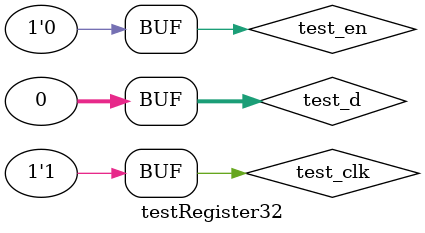
<source format=v>
`timescale 1 ns / 1 ps
`include "register32.v"

module testRegister32();
	wire[31:0] test_q;
	reg test_clk;
	reg test_en;
	reg[31:0] test_d;

	register32zero reg32(
		.q(test_q),
		.d(test_d),
		.wrenable(test_en),
		.clk(test_clk));

initial begin
	$dumpfile("reg32.vcd");
	$dumpvars();
	test_clk = 0;
	test_d   = 32'h10101010;
	test_en  = 1; #5;
	test_clk = 1; #5;
	test_clk = 0;
	test_d = 32'h10000000; #5;
	test_clk = 1; #5;
	test_clk = 0;
	test_d   = 32'h10101010;
	test_en  = 0; #5;
	test_clk = 1; #5;
	test_clk = 0;
	test_d = 32'h00000000; #5;
	test_clk = 1; #5;
end // initial
endmodule // testRegister32

</source>
